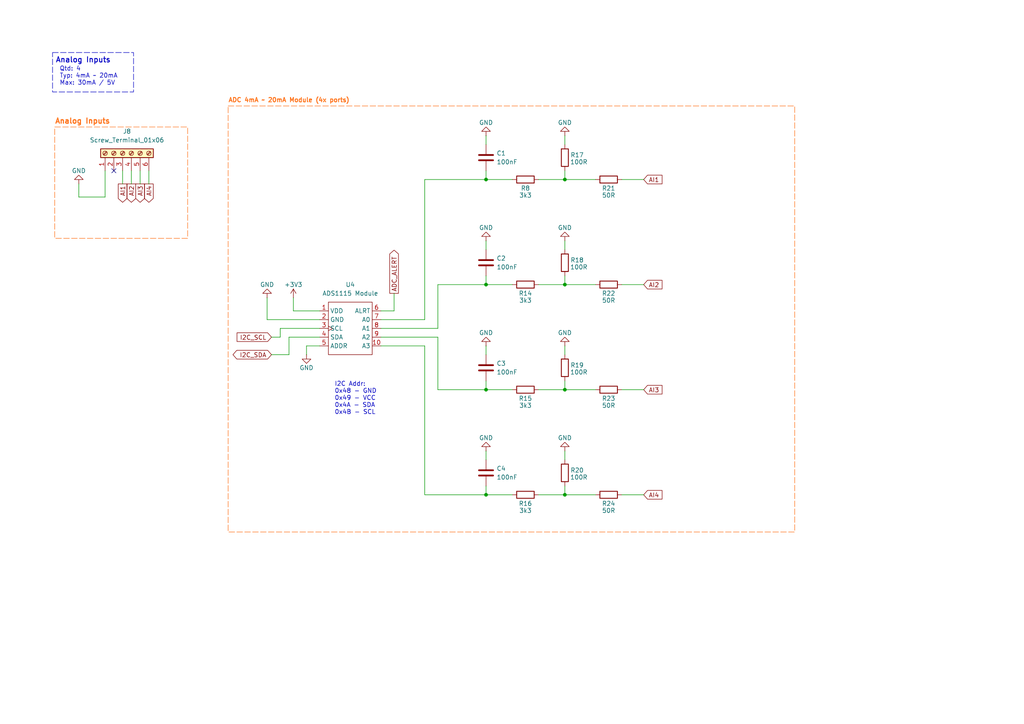
<source format=kicad_sch>
(kicad_sch (version 20250114) (generator "eeschema") (generator_version "9.0")
  (paper "A4")
  (title_block (title "ATL-100 (Multiparametric Station) - ADC Board") (date "2025-06-02") (rev "v0.2.0") (company "AgroTechLab (Agribusiness Technology Development Laboratory)") (comment 1 "IFSC (Federal Institute of Santa Catarina)") (comment 2 "Author: Robson Costa (robson.costa@ifsc.edu.br)") (comment 3 "Licensed under CC-BY-SA 4.0") (comment 4 "ADC (ADS1115)"))
  (lib_symbols
    (symbol "AgroTechLab:ADS1115 Module"
      (property "Reference" "U" (at -5.842 8.89 0))
      (property "Value" "ADS1115 Module" (at 0.254 -9.398 0))
      (symbol "ADS1115 Module_0_1"
        (rectangle (start -6.35 7.62) (end 6.35 -7.62))
      )
      (symbol "ADS1115 Module_1_1"
        (pin power_in line (at -8.89 5.08 0) (length 2.54) (name "VDD") (number "1"))
        (pin power_in line (at -8.89 2.54 0) (length 2.54) (name "GND") (number "2"))
        (pin input clock (at -8.89 0 0) (length 2.54) (name "SCL") (number "3"))
        (pin input line (at -8.89 -2.54 0) (length 2.54) (name "SDA") (number "4"))
        (pin input line (at -8.89 -5.08 0) (length 2.54) (name "ADDR") (number "5"))
        (pin input line (at 8.89 5.08 180) (length 2.54) (name "ALRT") (number "6"))
        (pin input line (at 8.89 2.54 180) (length 2.54) (name "A0") (number "7"))
        (pin input line (at 8.89 0 180) (length 2.54) (name "A1") (number "8"))
        (pin input line (at 8.89 -2.54 180) (length 2.54) (name "A2") (number "9"))
        (pin input line (at 8.89 -5.08 180) (length 2.54) (name "A3") (number "10"))
      )
    )
    (symbol "Connector:Screw_Terminal_01x06" (pin_names (offset 1.016) (hide yes))
      (property "Reference" "J" (at 0 7.62 0))
      (property "Value" "Screw_Terminal_01x06" (at 0 -10.16 0))
      (symbol "Screw_Terminal_01x06_1_1"
        (rectangle (start -1.27 6.35) (end 1.27 -8.89) (stroke (width 0.254)) (fill (type background)))
        (polyline (pts (xy -0.5334 5.4102) (xy 0.3302 4.572)) (stroke (width 0.1524)))
        (polyline (pts (xy -0.5334 2.8702) (xy 0.3302 2.032)) (stroke (width 0.1524)))
        (polyline (pts (xy -0.5334 0.3302) (xy 0.3302 -0.508)) (stroke (width 0.1524)))
        (polyline (pts (xy -0.5334 -2.2098) (xy 0.3302 -3.048)) (stroke (width 0.1524)))
        (polyline (pts (xy -0.5334 -4.7498) (xy 0.3302 -5.588)) (stroke (width 0.1524)))
        (polyline (pts (xy -0.5334 -7.2898) (xy 0.3302 -8.128)) (stroke (width 0.1524)))
        (polyline (pts (xy -0.3556 5.588) (xy 0.508 4.7498)) (stroke (width 0.1524)))
        (polyline (pts (xy -0.3556 3.048) (xy 0.508 2.2098)) (stroke (width 0.1524)))
        (polyline (pts (xy -0.3556 0.508) (xy 0.508 -0.3302)) (stroke (width 0.1524)))
        (polyline (pts (xy -0.3556 -2.032) (xy 0.508 -2.8702)) (stroke (width 0.1524)))
        (polyline (pts (xy -0.3556 -4.572) (xy 0.508 -5.4102)) (stroke (width 0.1524)))
        (polyline (pts (xy -0.3556 -7.112) (xy 0.508 -7.9502)) (stroke (width 0.1524)))
        (circle (center 0 5.08) (radius 0.635) (stroke (width 0.1524)))
        (circle (center 0 2.54) (radius 0.635) (stroke (width 0.1524)))
        (circle (center 0 0) (radius 0.635) (stroke (width 0.1524)))
        (circle (center 0 -2.54) (radius 0.635) (stroke (width 0.1524)))
        (circle (center 0 -5.08) (radius 0.635) (stroke (width 0.1524)))
        (circle (center 0 -7.62) (radius 0.635) (stroke (width 0.1524)))
        (pin passive line (at -5.08 5.08 0) (length 3.81) (name "Pin_1") (number "1"))
        (pin passive line (at -5.08 2.54 0) (length 3.81) (name "Pin_2") (number "2"))
        (pin passive line (at -5.08 0 0) (length 3.81) (name "Pin_3") (number "3"))
        (pin passive line (at -5.08 -2.54 0) (length 3.81) (name "Pin_4") (number "4"))
        (pin passive line (at -5.08 -5.08 0) (length 3.81) (name "Pin_5") (number "5"))
        (pin passive line (at -5.08 -7.62 0) (length 3.81) (name "Pin_6") (number "6"))
      )
    )
    (symbol "Device:C" (pin_numbers (hide yes)) (pin_names (offset 0.254))
      (property "Reference" "C" (at 0.635 2.54 0))
      (property "Value" "C" (at 0.635 -2.54 0))
      (symbol "C_0_1"
        (polyline (pts (xy -2.032 0.762) (xy 2.032 0.762)) (stroke (width 0.508)))
        (polyline (pts (xy -2.032 -0.762) (xy 2.032 -0.762)) (stroke (width 0.508)))
      )
      (symbol "C_1_1"
        (pin passive line (at 0 3.81 270) (length 2.794) (name "~") (number "1"))
        (pin passive line (at 0 -3.81 90) (length 2.794) (name "~") (number "2"))
      )
    )
    (symbol "Device:R" (pin_numbers (hide yes)) (pin_names (offset 0))
      (property "Reference" "R" (at 2.032 0 90))
      (property "Value" "R" (at 0 0 90))
      (symbol "R_0_1"
        (rectangle (start -1.016 -2.54) (end 1.016 2.54) (stroke (width 0.254)))
      )
      (symbol "R_1_1"
        (pin passive line (at 0 3.81 270) (length 1.27) (name "~") (number "1"))
        (pin passive line (at 0 -3.81 90) (length 1.27) (name "~") (number "2"))
      )
    )
    (symbol "power:+3V3" (power) (pin_numbers (hide yes)) (pin_names (offset 0) (hide yes))
      (property "Value" "+3V3" (at 0 3.556 0))
      (symbol "+3V3_0_1"
        (polyline (pts (xy -0.762 1.27) (xy 0 2.54)))
        (polyline (pts (xy 0 2.54) (xy 0.762 1.27)))
        (polyline (pts (xy 0 0) (xy 0 2.54)))
      )
      (symbol "+3V3_1_1"
        (pin power_in line (at 0 0 90) (length 0) (name "~") (number "1"))
      )
    )
    (symbol "power:GND" (power) (pin_numbers (hide yes)) (pin_names (offset 0) (hide yes))
      (property "Value" "GND" (at 0 -3.81 0))
      (symbol "GND_0_1"
        (polyline (pts (xy 0 0) (xy 0 -1.27) (xy 1.27 -1.27) (xy 0 -2.54) (xy -1.27 -1.27) (xy 0 -1.27)))
      )
      (symbol "GND_1_1"
        (pin power_in line (at 0 0 270) (length 0) (name "~") (number "1"))
      )
    )
  )
  (rectangle (start 66.167 30.734) (end 230.505 154.305) (stroke (width 0) (type dash) (color 255 114 26 1)))
  (rectangle (start 15.24 15.24) (end 38.735 26.67) (stroke (width 0) (type dash)))
  (rectangle (start 15.875 36.83) (end 54.428 69.124) (stroke (width 0) (type dash) (color 255 114 26 1)))
  (text "Qtd: 4\nTyp: 4mA ~ 20mA\nMax: 30mA / 5V" (at 17.272 22.098 0) (effects (font (size 1.27 1.27)) (justify left)))
  (text "Analog Inputs" (at 15.875 36.195 0) (effects (font (size 1.524 1.524) (thickness 0.3048) (bold yes)) (justify left bottom)))
  (text "I2C Addr:\n0x48 - GND\n0x49 - VCC\n0x4A - SDA\n0x4B - SCL" (at 97.028 115.57 0) (effects (font (size 1.27 1.27) (thickness 0.1588)) (justify left)))
  (text "Analog Inputs" (at 24.13 17.526 0) (effects (font (size 1.524 1.524) (thickness 0.254) (bold yes))))
  (text "ADC 4mA ~ 20mA Module (4x ports)" (at 83.82 29.21 0) (effects (font (size 1.27 1.27) (thickness 0.254) (bold yes))))
  (junction (at 163.83 143.51))
  (junction (at 140.97 82.55))
  (junction (at 163.83 113.03))
  (junction (at 163.83 52.07))
  (junction (at 140.97 52.07))
  (junction (at 140.97 143.51))
  (junction (at 140.97 113.03))
  (junction (at 163.83 82.55))
  (no_connect (at 33.02 49.53))
  (wire (pts (xy 156.21 82.55) (xy 163.83 82.55)))
  (wire (pts (xy 123.19 92.71) (xy 123.19 52.07)))
  (wire (pts (xy 110.49 92.71) (xy 123.19 92.71)))
  (wire (pts (xy 180.34 52.07) (xy 186.69 52.07)))
  (wire (pts (xy 123.19 143.51) (xy 140.97 143.51)))
  (wire (pts (xy 140.97 39.37) (xy 140.97 41.91)))
  (wire (pts (xy 163.83 52.07) (xy 172.72 52.07)))
  (wire (pts (xy 43.18 49.53) (xy 43.18 53.34)))
  (wire (pts (xy 163.83 82.55) (xy 163.83 80.01)))
  (wire (pts (xy 123.19 52.07) (xy 140.97 52.07)))
  (wire (pts (xy 140.97 100.33) (xy 140.97 102.87)))
  (wire (pts (xy 163.83 39.37) (xy 163.83 41.91)))
  (wire (pts (xy 123.19 100.33) (xy 123.19 143.51)))
  (wire (pts (xy 127 97.79) (xy 127 113.03)))
  (wire (pts (xy 127 113.03) (xy 140.97 113.03)))
  (wire (pts (xy 92.71 92.71) (xy 77.47 92.71)))
  (wire (pts (xy 22.86 57.15) (xy 22.86 53.34)))
  (wire (pts (xy 163.83 113.03) (xy 172.72 113.03)))
  (wire (pts (xy 163.83 52.07) (xy 163.83 49.53)))
  (wire (pts (xy 83.82 97.79) (xy 92.71 97.79)))
  (wire (pts (xy 140.97 143.51) (xy 148.59 143.51)))
  (wire (pts (xy 30.48 49.53) (xy 30.48 57.15)))
  (wire (pts (xy 83.82 102.87) (xy 83.82 97.79)))
  (wire (pts (xy 140.97 110.49) (xy 140.97 113.03)))
  (wire (pts (xy 78.74 102.87) (xy 83.82 102.87)))
  (wire (pts (xy 30.48 57.15) (xy 22.86 57.15)))
  (wire (pts (xy 140.97 130.81) (xy 140.97 133.35)))
  (wire (pts (xy 81.28 95.25) (xy 92.71 95.25)))
  (wire (pts (xy 156.21 143.51) (xy 163.83 143.51)))
  (wire (pts (xy 127 95.25) (xy 127 82.55)))
  (wire (pts (xy 140.97 69.85) (xy 140.97 72.39)))
  (wire (pts (xy 81.28 97.79) (xy 81.28 95.25)))
  (wire (pts (xy 140.97 52.07) (xy 148.59 52.07)))
  (wire (pts (xy 163.83 143.51) (xy 172.72 143.51)))
  (wire (pts (xy 140.97 140.97) (xy 140.97 143.51)))
  (wire (pts (xy 85.09 86.36) (xy 85.09 90.17)))
  (wire (pts (xy 127 82.55) (xy 140.97 82.55)))
  (wire (pts (xy 40.64 49.53) (xy 40.64 53.34)))
  (wire (pts (xy 140.97 80.01) (xy 140.97 82.55)))
  (wire (pts (xy 163.83 82.55) (xy 172.72 82.55)))
  (wire (pts (xy 163.83 69.85) (xy 163.83 72.39)))
  (wire (pts (xy 180.34 82.55) (xy 186.69 82.55)))
  (wire (pts (xy 88.9 100.33) (xy 88.9 102.87)))
  (wire (pts (xy 180.34 143.51) (xy 186.69 143.51)))
  (wire (pts (xy 77.47 86.36) (xy 77.47 92.71)))
  (wire (pts (xy 163.83 100.33) (xy 163.83 102.87)))
  (wire (pts (xy 110.49 97.79) (xy 127 97.79)))
  (wire (pts (xy 38.1 49.53) (xy 38.1 53.34)))
  (wire (pts (xy 140.97 113.03) (xy 148.59 113.03)))
  (wire (pts (xy 114.3 90.17) (xy 110.49 90.17)))
  (wire (pts (xy 140.97 49.53) (xy 140.97 52.07)))
  (wire (pts (xy 110.49 100.33) (xy 123.19 100.33)))
  (wire (pts (xy 163.83 143.51) (xy 163.83 140.97)))
  (wire (pts (xy 114.3 85.09) (xy 114.3 90.17)))
  (wire (pts (xy 163.83 113.03) (xy 163.83 110.49)))
  (wire (pts (xy 92.71 100.33) (xy 88.9 100.33)))
  (wire (pts (xy 140.97 82.55) (xy 148.59 82.55)))
  (wire (pts (xy 110.49 95.25) (xy 127 95.25)))
  (wire (pts (xy 35.56 49.53) (xy 35.56 53.34)))
  (wire (pts (xy 156.21 52.07) (xy 163.83 52.07)))
  (wire (pts (xy 163.83 130.81) (xy 163.83 133.35)))
  (wire (pts (xy 92.71 90.17) (xy 85.09 90.17)))
  (wire (pts (xy 180.34 113.03) (xy 186.69 113.03)))
  (wire (pts (xy 78.74 97.79) (xy 81.28 97.79)))
  (wire (pts (xy 156.21 113.03) (xy 163.83 113.03)))
  (global_label "AI1" (shape input) (at 186.69 52.07 0) (property "Intersheetrefs" "${INTERSHEET_REFS}" (effects (hide yes))))
  (global_label "ADC_ALERT" (shape output) (at 114.3 85.09 90) (property "Intersheetrefs" "${INTERSHEET_REFS}" (effects (hide yes))))
  (global_label "AI2" (shape output) (at 38.1 53.34 270) (property "Intersheetrefs" "${INTERSHEET_REFS}" (effects (hide yes))))
  (global_label "AI3" (shape output) (at 40.64 53.34 270) (property "Intersheetrefs" "${INTERSHEET_REFS}" (effects (hide yes))))
  (global_label "AI2" (shape input) (at 186.69 82.55 0) (property "Intersheetrefs" "${INTERSHEET_REFS}" (effects (hide yes))))
  (global_label "AI3" (shape input) (at 186.69 113.03 0) (property "Intersheetrefs" "${INTERSHEET_REFS}" (effects (hide yes))))
  (global_label "I2C_SDA" (shape bidirectional) (at 78.74 102.87 180) (property "Intersheetrefs" "${INTERSHEET_REFS}" (effects (hide yes))))
  (global_label "AI4" (shape input) (at 186.69 143.51 0) (property "Intersheetrefs" "${INTERSHEET_REFS}" (effects (hide yes))))
  (global_label "AI1" (shape output) (at 35.56 53.34 270) (property "Intersheetrefs" "${INTERSHEET_REFS}" (effects (hide yes))))
  (global_label "I2C_SCL" (shape input) (at 78.74 97.79 180) (property "Intersheetrefs" "${INTERSHEET_REFS}" (effects (hide yes))))
  (global_label "AI4" (shape output) (at 43.18 53.34 270) (property "Intersheetrefs" "${INTERSHEET_REFS}" (effects (hide yes))))
  (symbol (lib_id "power:GND") (at 140.97 39.37 180) (unit 1)
    (property "Reference" "#PWR027" (effects (hide yes)))
    (property "Value" "GND" (at 140.97 35.56 0))
    (property "Description" "Power symbol creates a global label with name \"GND\" , ground" (effects (hide yes)))
  )
  (symbol (lib_id "Device:C") (at 140.97 45.72 0) (unit 1)
    (property "Reference" "C1" (at 144.018 44.45 0) (effects (justify left)))
    (property "Value" "100nF" (at 144.018 46.99 0) (effects (justify left)))
    (property "Footprint" "Capacitor_THT:C_Disc_D4.7mm_W2.5mm_P5.00mm" (effects (hide yes)))
    (property "Description" "Ceramic Capacitor, 100nF, 10%, 50V" (effects (hide yes)))
    (property "Manufacturer" "Std" (effects (hide yes)))
    (property "Part Number" "Std" (effects (hide yes)))
  )
  (symbol (lib_id "power:GND") (at 88.9 102.87 0) (unit 1)
    (property "Reference" "#PWR014" (effects (hide yes)))
    (property "Value" "GND" (at 88.9 106.68 0))
    (property "Description" "Power symbol creates a global label with name \"GND\" , ground" (effects (hide yes)))
  )
  (symbol (lib_id "Device:R") (at 152.4 52.07 90) (unit 1)
    (property "Reference" "R8" (at 152.4 54.61 90))
    (property "Value" "3k3" (at 152.4 56.642 90))
    (property "Footprint" "Resistor_THT:R_Axial_DIN0207_L6.3mm_D2.5mm_P7.62mm_Horizontal" (effects (hide yes)))
    (property "Description" "Metal Film Resistor, 3.3kΩ, 1%, 1/4W" (effects (hide yes)))
    (property "Manufacturer" "Std" (effects (hide yes)))
    (property "Part Number" "Std" (effects (hide yes)))
  )
  (symbol (lib_id "Device:R") (at 152.4 82.55 90) (unit 1)
    (property "Reference" "R14" (at 152.4 85.09 90))
    (property "Value" "3k3" (at 152.4 87.122 90))
    (property "Footprint" "Resistor_THT:R_Axial_DIN0207_L6.3mm_D2.5mm_P7.62mm_Horizontal" (effects (hide yes)))
    (property "Description" "Metal Film Resistor, 3.3kΩ, 1%, 1/4W" (effects (hide yes)))
    (property "Manufacturer" "Std" (effects (hide yes)))
    (property "Part Number" "Std" (effects (hide yes)))
  )
  (symbol (lib_id "Device:R") (at 176.53 82.55 90) (unit 1)
    (property "Reference" "R22" (at 176.53 85.09 90))
    (property "Value" "50R" (at 176.53 87.122 90))
    (property "Footprint" "Resistor_THT:R_Axial_DIN0207_L6.3mm_D2.5mm_P7.62mm_Horizontal" (effects (hide yes)))
    (property "Description" "Metal Film Resistor, 50Ω, 0.1%, 1/4W" (effects (hide yes)))
    (property "Manufacturer" "Std" (effects (hide yes)))
    (property "Part Number" "Std" (effects (hide yes)))
  )
  (symbol (lib_id "Device:R") (at 163.83 45.72 180) (unit 1)
    (property "Reference" "R17" (at 167.386 44.958 0))
    (property "Value" "100R" (at 167.894 46.99 0))
    (property "Footprint" "Resistor_THT:R_Axial_DIN0207_L6.3mm_D2.5mm_P7.62mm_Horizontal" (effects (hide yes)))
    (property "Description" "Metal Film Resistor, 100Ω, 0.1%, 1/4W" (effects (hide yes)))
    (property "Manufacturer" "Std" (effects (hide yes)))
    (property "Part Number" "Std" (effects (hide yes)))
  )
  (symbol (lib_id "Device:R") (at 152.4 113.03 90) (unit 1)
    (property "Reference" "R15" (at 152.4 115.57 90))
    (property "Value" "3k3" (at 152.4 117.602 90))
    (property "Footprint" "Resistor_THT:R_Axial_DIN0207_L6.3mm_D2.5mm_P7.62mm_Horizontal" (effects (hide yes)))
    (property "Description" "Metal Film Resistor, 3.3kΩ, 1%, 1/4W" (effects (hide yes)))
    (property "Manufacturer" "Std" (effects (hide yes)))
    (property "Part Number" "Std" (effects (hide yes)))
  )
  (symbol (lib_id "Device:R") (at 163.83 137.16 180) (unit 1)
    (property "Reference" "R20" (at 167.386 136.398 0))
    (property "Value" "100R" (at 167.894 138.43 0))
    (property "Footprint" "Resistor_THT:R_Axial_DIN0207_L6.3mm_D2.5mm_P7.62mm_Horizontal" (effects (hide yes)))
    (property "Description" "Metal Film Resistor, 100Ω, 0.1%, 1/4W" (effects (hide yes)))
    (property "Manufacturer" "Std" (effects (hide yes)))
    (property "Part Number" "Std" (effects (hide yes)))
  )
  (symbol (lib_id "power:GND") (at 140.97 130.81 180) (unit 1)
    (property "Reference" "#PWR037" (effects (hide yes)))
    (property "Value" "GND" (at 140.97 127 0))
    (property "Description" "Power symbol creates a global label with name \"GND\" , ground" (effects (hide yes)))
  )
  (symbol (lib_id "AgroTechLab:ADS1115 Module") (at 101.6 95.25 0) (unit 1)
    (property "Reference" "U4" (at 101.6 82.55 0))
    (property "Value" "ADS1115 Module" (at 101.6 85.09 0))
    (property "Footprint" "AgroTechLab:ADS1115 Module" (effects (hide yes)))
    (property "Description" "ADC, 16-bits, ADS1115" (effects (hide yes)))
    (property "Manufacturer" "OEM" (effects (hide yes)))
    (property "Part Number" "ADS1115 Module" (effects (hide yes)))
  )
  (symbol (lib_id "Device:C") (at 140.97 76.2 0) (unit 1)
    (property "Reference" "C2" (at 144.018 74.93 0) (effects (justify left)))
    (property "Value" "100nF" (at 144.018 77.47 0) (effects (justify left)))
    (property "Footprint" "Capacitor_THT:C_Disc_D4.7mm_W2.5mm_P5.00mm" (effects (hide yes)))
    (property "Description" "Ceramic Capacitor, 100nF, 10%, 50V" (effects (hide yes)))
    (property "Manufacturer" "Std" (effects (hide yes)))
    (property "Part Number" "Std" (effects (hide yes)))
  )
  (symbol (lib_id "Device:R") (at 176.53 143.51 90) (unit 1)
    (property "Reference" "R24" (at 176.53 146.05 90))
    (property "Value" "50R" (at 176.53 148.082 90))
    (property "Footprint" "Resistor_THT:R_Axial_DIN0207_L6.3mm_D2.5mm_P7.62mm_Horizontal" (effects (hide yes)))
    (property "Description" "Metal Film Resistor, 50Ω, 0.1%, 1/4W" (effects (hide yes)))
    (property "Manufacturer" "Std" (effects (hide yes)))
    (property "Part Number" "Std" (effects (hide yes)))
  )
  (symbol (lib_id "Device:R") (at 176.53 113.03 90) (unit 1)
    (property "Reference" "R23" (at 176.53 115.57 90))
    (property "Value" "50R" (at 176.53 117.602 90))
    (property "Footprint" "Resistor_THT:R_Axial_DIN0207_L6.3mm_D2.5mm_P7.62mm_Horizontal" (effects (hide yes)))
    (property "Description" "Metal Film Resistor, 50Ω, 0.1%, 1/4W" (effects (hide yes)))
    (property "Manufacturer" "Std" (effects (hide yes)))
    (property "Part Number" "Std" (effects (hide yes)))
  )
  (symbol (lib_id "Device:R") (at 152.4 143.51 90) (unit 1)
    (property "Reference" "R16" (at 152.4 146.05 90))
    (property "Value" "3k3" (at 152.4 148.082 90))
    (property "Footprint" "Resistor_THT:R_Axial_DIN0207_L6.3mm_D2.5mm_P7.62mm_Horizontal" (effects (hide yes)))
    (property "Description" "Metal Film Resistor, 3.3kΩ, 1%, 1/4W" (effects (hide yes)))
    (property "Manufacturer" "Std" (effects (hide yes)))
    (property "Part Number" "Std" (effects (hide yes)))
  )
  (symbol (lib_id "Device:C") (at 140.97 106.68 0) (unit 1)
    (property "Reference" "C3" (at 144.018 105.41 0) (effects (justify left)))
    (property "Value" "100nF" (at 144.018 107.95 0) (effects (justify left)))
    (property "Footprint" "Capacitor_THT:C_Disc_D4.7mm_W2.5mm_P5.00mm" (effects (hide yes)))
    (property "Description" "Ceramic Capacitor, 100nF, 10%, 50V" (effects (hide yes)))
    (property "Manufacturer" "Std" (effects (hide yes)))
    (property "Part Number" "Std" (effects (hide yes)))
  )
  (symbol (lib_id "power:GND") (at 163.83 69.85 180) (unit 1)
    (property "Reference" "#PWR039" (effects (hide yes)))
    (property "Value" "GND" (at 163.83 66.04 0))
    (property "Description" "Power symbol creates a global label with name \"GND\" , ground" (effects (hide yes)))
  )
  (symbol (lib_id "power:GND") (at 163.83 130.81 180) (unit 1)
    (property "Reference" "#PWR041" (effects (hide yes)))
    (property "Value" "GND" (at 163.83 127 0))
    (property "Description" "Power symbol creates a global label with name \"GND\" , ground" (effects (hide yes)))
  )
  (symbol (lib_id "power:GND") (at 22.86 53.34 180) (unit 1)
    (property "Reference" "#PWR043" (effects (hide yes)))
    (property "Value" "GND" (at 22.86 49.53 0))
    (property "Description" "Power symbol creates a global label with name \"GND\" , ground" (effects (hide yes)))
  )
  (symbol (lib_id "power:GND") (at 163.83 39.37 180) (unit 1)
    (property "Reference" "#PWR038" (effects (hide yes)))
    (property "Value" "GND" (at 163.83 35.56 0))
    (property "Description" "Power symbol creates a global label with name \"GND\" , ground" (effects (hide yes)))
  )
  (symbol (lib_id "Device:C") (at 140.97 137.16 0) (unit 1)
    (property "Reference" "C4" (at 144.018 135.89 0) (effects (justify left)))
    (property "Value" "100nF" (at 144.018 138.43 0) (effects (justify left)))
    (property "Footprint" "Capacitor_THT:C_Disc_D4.7mm_W2.5mm_P5.00mm" (effects (hide yes)))
    (property "Description" "Ceramic Capacitor, 100nF, 10%, 50V" (effects (hide yes)))
    (property "Manufacturer" "Std" (effects (hide yes)))
    (property "Part Number" "Std" (effects (hide yes)))
  )
  (symbol (lib_id "Device:R") (at 163.83 76.2 180) (unit 1)
    (property "Reference" "R18" (at 167.386 75.438 0))
    (property "Value" "100R" (at 167.894 77.47 0))
    (property "Footprint" "Resistor_THT:R_Axial_DIN0207_L6.3mm_D2.5mm_P7.62mm_Horizontal" (effects (hide yes)))
    (property "Description" "Metal Film Resistor, 100Ω, 0.1%, 1/4W" (effects (hide yes)))
    (property "Manufacturer" "Std" (effects (hide yes)))
    (property "Part Number" "Std" (effects (hide yes)))
  )
  (symbol (lib_id "power:GND") (at 140.97 100.33 180) (unit 1)
    (property "Reference" "#PWR036" (effects (hide yes)))
    (property "Value" "GND" (at 140.97 96.52 0))
    (property "Description" "Power symbol creates a global label with name \"GND\" , ground" (effects (hide yes)))
  )
  (symbol (lib_id "Device:R") (at 176.53 52.07 90) (unit 1)
    (property "Reference" "R21" (at 176.53 54.61 90))
    (property "Value" "50R" (at 176.53 56.642 90))
    (property "Footprint" "Resistor_THT:R_Axial_DIN0207_L6.3mm_D2.5mm_P7.62mm_Horizontal" (effects (hide yes)))
    (property "Description" "Metal Film Resistor, 50Ω, 0.1%, 1/4W" (effects (hide yes)))
    (property "Manufacturer" "Std" (effects (hide yes)))
    (property "Part Number" "Std" (effects (hide yes)))
  )
  (symbol (lib_id "power:GND") (at 77.47 86.36 180) (unit 1)
    (property "Reference" "#PWR07" (effects (hide yes)))
    (property "Value" "GND" (at 77.47 82.55 0))
    (property "Description" "Power symbol creates a global label with name \"GND\" , ground" (effects (hide yes)))
  )
  (symbol (lib_id "Device:R") (at 163.83 106.68 180) (unit 1)
    (property "Reference" "R19" (at 167.386 105.918 0))
    (property "Value" "100R" (at 167.894 107.95 0))
    (property "Footprint" "Resistor_THT:R_Axial_DIN0207_L6.3mm_D2.5mm_P7.62mm_Horizontal" (effects (hide yes)))
    (property "Description" "Metal Film Resistor, 100Ω, 0.1%, 1/4W" (effects (hide yes)))
    (property "Manufacturer" "Std" (effects (hide yes)))
    (property "Part Number" "Std" (effects (hide yes)))
  )
  (symbol (lib_id "power:GND") (at 140.97 69.85 180) (unit 1)
    (property "Reference" "#PWR028" (effects (hide yes)))
    (property "Value" "GND" (at 140.97 66.04 0))
    (property "Description" "Power symbol creates a global label with name \"GND\" , ground" (effects (hide yes)))
  )
  (symbol (lib_id "power:GND") (at 163.83 100.33 180) (unit 1)
    (property "Reference" "#PWR040" (effects (hide yes)))
    (property "Value" "GND" (at 163.83 96.52 0))
    (property "Description" "Power symbol creates a global label with name \"GND\" , ground" (effects (hide yes)))
  )
  (symbol (lib_id "power:+3V3") (at 85.09 86.36 0) (unit 1)
    (property "Reference" "#PWR08" (effects (hide yes)))
    (property "Value" "+3V3" (at 85.09 82.55 0))
    (property "Description" "Power symbol creates a global label with name \"+3V3\"" (effects (hide yes)))
  )
  (symbol (lib_id "Connector:Screw_Terminal_01x06") (at 35.56 44.45 90) (unit 1)
    (property "Reference" "J8" (at 36.83 38.1 90))
    (property "Value" "Screw_Terminal_01x06" (at 36.83 40.64 90))
    (property "Footprint" "TerminalBlock_Phoenix:TerminalBlock_Phoenix_MKDS-1,5-6-5.08_1x06_P5.08mm_Horizontal" (effects (hide yes)))
    (property "Description" "Generic screw terminal, single row, 01x06, script generated (kicad-library-utils/schlib/autogen/connector/)" (effects (hide yes)))
    (property "Manufacturer" "Std" (effects (hide yes)))
    (property "Part Number" "Std" (effects (hide yes)))
  )
)
</source>
